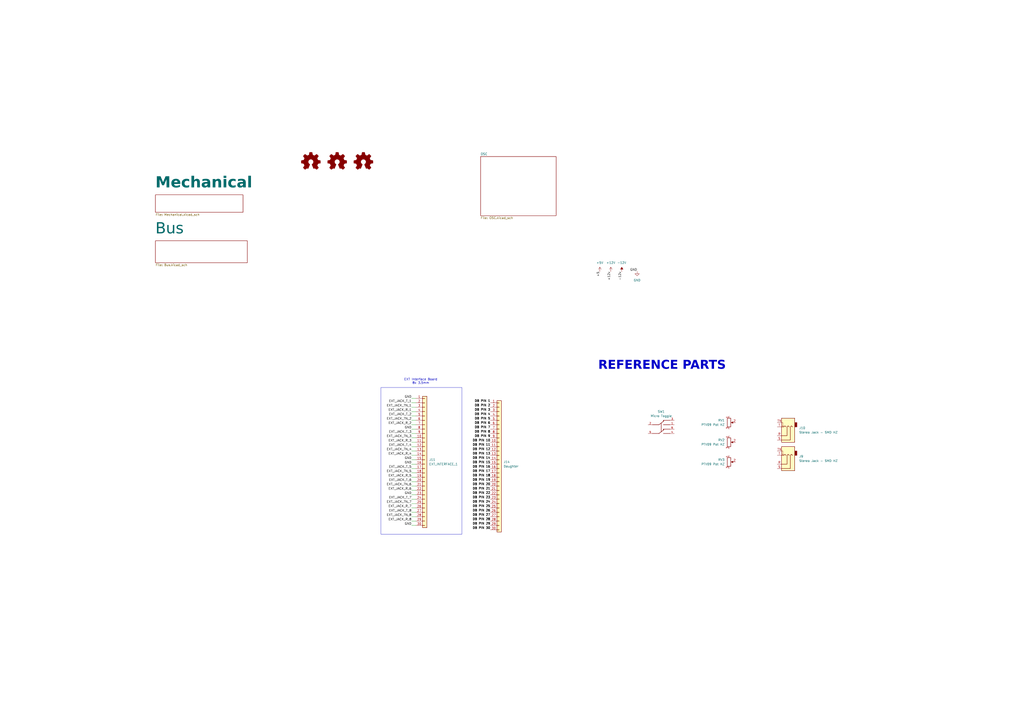
<source format=kicad_sch>
(kicad_sch (version 20231120) (generator "eeschema") (generator_version "8.0")
  (paper "A2")
  (title_block (title "Audio Thing Template") (date "2024-11-13") (rev "1.0") (company "velvia-fifty") (comment 1 "https://github.com/velvia-fifty/AudioThings") (comment 2 "You should have changed this already :)") (comment 4 "Stay humble"))
  (lib_symbols
    (symbol "AT-Symbols:DPDT Micro 1825138-7" (pin_names (offset 1.016))
      (property "Reference" "SW" (at -3.8172 6.362 0))
      (property "Value" "1825138-7" (at -3.8107 -5.7161 0))
      (symbol "DPDT Micro 1825138-7_0_0"
        (polyline (pts (xy -5.08 -2.54) (xy -1.27 -2.54)) (stroke (width 0.254)))
        (polyline (pts (xy -5.08 2.54) (xy -1.27 2.54)) (stroke (width 0.254)))
        (polyline (pts (xy -1.27 -2.54) (xy 1.5875 -0.3175)) (stroke (width 0.254)))
        (polyline (pts (xy -1.27 2.54) (xy 1.5875 4.7625)) (stroke (width 0.254)))
        (polyline (pts (xy 0 3.4925) (xy 0 -1.5875)) (stroke (width 0.254)))
        (polyline (pts (xy 1.27 -2.54) (xy 5.08 -2.54)) (stroke (width 0.254)))
        (polyline (pts (xy 1.27 0) (xy 1.27 -0.635)) (stroke (width 0.254)))
        (polyline (pts (xy 1.27 0) (xy 5.08 0)) (stroke (width 0.254)))
        (polyline (pts (xy 1.27 2.54) (xy 5.08 2.54)) (stroke (width 0.254)))
        (polyline (pts (xy 1.27 5.08) (xy 1.27 4.445)) (stroke (width 0.254)))
        (polyline (pts (xy 1.27 5.08) (xy 5.08 5.08)) (stroke (width 0.254)))
        (pin passive line (at 7.62 2.54 180) (length 2.54) (name "~") (number "1"))
        (pin passive line (at -7.62 2.54 0) (length 2.54) (name "~") (number "2"))
        (pin passive line (at 7.62 5.08 180) (length 2.54) (name "~") (number "3"))
        (pin passive line (at 7.62 -2.54 180) (length 2.54) (name "~") (number "4"))
        (pin passive line (at -7.62 -2.54 0) (length 2.54) (name "~") (number "5"))
        (pin passive line (at 7.62 0 180) (length 2.54) (name "~") (number "6"))
      )
    )
    (symbol "Connector_Audio:AudioJack3_SwitchT"
      (property "Reference" "J" (at 0 8.89 0))
      (property "Value" "AudioJack3_SwitchT" (at 0 6.35 0))
      (symbol "AudioJack3_SwitchT_0_1"
        (rectangle (start -5.08 -5.08) (end -6.35 -7.62) (stroke (width 0.254)) (fill (type outline)))
        (polyline (pts (xy 1.778 -5.334) (xy 2.032 -5.842)))
        (polyline (pts (xy 0 -5.08) (xy 0.635 -5.715) (xy 1.27 -5.08) (xy 2.54 -5.08)) (stroke (width 0.254)))
        (polyline (pts (xy 2.54 -7.62) (xy 1.778 -7.62) (xy 1.778 -5.334) (xy 1.524 -5.842)))
        (polyline (pts (xy -1.905 -5.08) (xy -1.27 -5.715) (xy -0.635 -5.08) (xy -0.635 0) (xy 2.54 0)) (stroke (width 0.254)))
        (polyline (pts (xy 2.54 2.54) (xy -2.54 2.54) (xy -2.54 -5.08) (xy -3.175 -5.715) (xy -3.81 -5.08)) (stroke (width 0.254)))
        (rectangle (start 2.54 3.81) (end -5.08 -10.16) (stroke (width 0.254)) (fill (type background)))
      )
      (symbol "AudioJack3_SwitchT_1_1"
        (pin passive line (at 5.08 0 180) (length 2.54) (name "~") (number "R"))
        (pin passive line (at 5.08 2.54 180) (length 2.54) (name "~") (number "S"))
        (pin passive line (at 5.08 -5.08 180) (length 2.54) (name "~") (number "T"))
        (pin passive line (at 5.08 -7.62 180) (length 2.54) (name "~") (number "TN"))
      )
    )
    (symbol "Connector_Generic:Conn_01x30" (pin_names (offset 1.016) hide)
      (property "Reference" "J" (at 0 38.1 0))
      (property "Value" "Conn_01x30" (at 0 -40.64 0))
      (symbol "Conn_01x30_1_1"
        (rectangle (start -1.27 -37.973) (end 0 -38.227) (stroke (width 0.1524)))
        (rectangle (start -1.27 -35.433) (end 0 -35.687) (stroke (width 0.1524)))
        (rectangle (start -1.27 -32.893) (end 0 -33.147) (stroke (width 0.1524)))
        (rectangle (start -1.27 -30.353) (end 0 -30.607) (stroke (width 0.1524)))
        (rectangle (start -1.27 -27.813) (end 0 -28.067) (stroke (width 0.1524)))
        (rectangle (start -1.27 -25.273) (end 0 -25.527) (stroke (width 0.1524)))
        (rectangle (start -1.27 -22.733) (end 0 -22.987) (stroke (width 0.1524)))
        (rectangle (start -1.27 -20.193) (end 0 -20.447) (stroke (width 0.1524)))
        (rectangle (start -1.27 -17.653) (end 0 -17.907) (stroke (width 0.1524)))
        (rectangle (start -1.27 -15.113) (end 0 -15.367) (stroke (width 0.1524)))
        (rectangle (start -1.27 -12.573) (end 0 -12.827) (stroke (width 0.1524)))
        (rectangle (start -1.27 -10.033) (end 0 -10.287) (stroke (width 0.1524)))
        (rectangle (start -1.27 -7.493) (end 0 -7.747) (stroke (width 0.1524)))
        (rectangle (start -1.27 -4.953) (end 0 -5.207) (stroke (width 0.1524)))
        (rectangle (start -1.27 -2.413) (end 0 -2.667) (stroke (width 0.1524)))
        (rectangle (start -1.27 0.127) (end 0 -0.127) (stroke (width 0.1524)))
        (rectangle (start -1.27 2.667) (end 0 2.413) (stroke (width 0.1524)))
        (rectangle (start -1.27 5.207) (end 0 4.953) (stroke (width 0.1524)))
        (rectangle (start -1.27 7.747) (end 0 7.493) (stroke (width 0.1524)))
        (rectangle (start -1.27 10.287) (end 0 10.033) (stroke (width 0.1524)))
        (rectangle (start -1.27 12.827) (end 0 12.573) (stroke (width 0.1524)))
        (rectangle (start -1.27 15.367) (end 0 15.113) (stroke (width 0.1524)))
        (rectangle (start -1.27 17.907) (end 0 17.653) (stroke (width 0.1524)))
        (rectangle (start -1.27 20.447) (end 0 20.193) (stroke (width 0.1524)))
        (rectangle (start -1.27 22.987) (end 0 22.733) (stroke (width 0.1524)))
        (rectangle (start -1.27 25.527) (end 0 25.273) (stroke (width 0.1524)))
        (rectangle (start -1.27 28.067) (end 0 27.813) (stroke (width 0.1524)))
        (rectangle (start -1.27 30.607) (end 0 30.353) (stroke (width 0.1524)))
        (rectangle (start -1.27 33.147) (end 0 32.893) (stroke (width 0.1524)))
        (rectangle (start -1.27 35.687) (end 0 35.433) (stroke (width 0.1524)))
        (rectangle (start -1.27 36.83) (end 1.27 -39.37) (stroke (width 0.254)) (fill (type background)))
        (pin passive line (at -5.08 35.56 0) (length 3.81) (name "Pin_1") (number "1"))
        (pin passive line (at -5.08 12.7 0) (length 3.81) (name "Pin_10") (number "10"))
        (pin passive line (at -5.08 10.16 0) (length 3.81) (name "Pin_11") (number "11"))
        (pin passive line (at -5.08 7.62 0) (length 3.81) (name "Pin_12") (number "12"))
        (pin passive line (at -5.08 5.08 0) (length 3.81) (name "Pin_13") (number "13"))
        (pin passive line (at -5.08 2.54 0) (length 3.81) (name "Pin_14") (number "14"))
        (pin passive line (at -5.08 0 0) (length 3.81) (name "Pin_15") (number "15"))
        (pin passive line (at -5.08 -2.54 0) (length 3.81) (name "Pin_16") (number "16"))
        (pin passive line (at -5.08 -5.08 0) (length 3.81) (name "Pin_17") (number "17"))
        (pin passive line (at -5.08 -7.62 0) (length 3.81) (name "Pin_18") (number "18"))
        (pin passive line (at -5.08 -10.16 0) (length 3.81) (name "Pin_19") (number "19"))
        (pin passive line (at -5.08 33.02 0) (length 3.81) (name "Pin_2") (number "2"))
        (pin passive line (at -5.08 -12.7 0) (length 3.81) (name "Pin_20") (number "20"))
        (pin passive line (at -5.08 -15.24 0) (length 3.81) (name "Pin_21") (number "21"))
        (pin passive line (at -5.08 -17.78 0) (length 3.81) (name "Pin_22") (number "22"))
        (pin passive line (at -5.08 -20.32 0) (length 3.81) (name "Pin_23") (number "23"))
        (pin passive line (at -5.08 -22.86 0) (length 3.81) (name "Pin_24") (number "24"))
        (pin passive line (at -5.08 -25.4 0) (length 3.81) (name "Pin_25") (number "25"))
        (pin passive line (at -5.08 -27.94 0) (length 3.81) (name "Pin_26") (number "26"))
        (pin passive line (at -5.08 -30.48 0) (length 3.81) (name "Pin_27") (number "27"))
        (pin passive line (at -5.08 -33.02 0) (length 3.81) (name "Pin_28") (number "28"))
        (pin passive line (at -5.08 -35.56 0) (length 3.81) (name "Pin_29") (number "29"))
        (pin passive line (at -5.08 30.48 0) (length 3.81) (name "Pin_3") (number "3"))
        (pin passive line (at -5.08 -38.1 0) (length 3.81) (name "Pin_30") (number "30"))
        (pin passive line (at -5.08 27.94 0) (length 3.81) (name "Pin_4") (number "4"))
        (pin passive line (at -5.08 25.4 0) (length 3.81) (name "Pin_5") (number "5"))
        (pin passive line (at -5.08 22.86 0) (length 3.81) (name "Pin_6") (number "6"))
        (pin passive line (at -5.08 20.32 0) (length 3.81) (name "Pin_7") (number "7"))
        (pin passive line (at -5.08 17.78 0) (length 3.81) (name "Pin_8") (number "8"))
        (pin passive line (at -5.08 15.24 0) (length 3.81) (name "Pin_9") (number "9"))
      )
    )
    (symbol "Device:R_Potentiometer" (pin_names (offset 1.016) hide)
      (property "Reference" "RV" (at -4.445 0 90))
      (property "Value" "R_Potentiometer" (at -2.54 0 90))
      (symbol "R_Potentiometer_0_1"
        (polyline (pts (xy 2.54 0) (xy 1.524 0)))
        (polyline (pts (xy 1.143 0) (xy 2.286 0.508) (xy 2.286 -0.508) (xy 1.143 0)) (fill (type outline)))
        (rectangle (start 1.016 2.54) (end -1.016 -2.54) (stroke (width 0.254)))
      )
      (symbol "R_Potentiometer_1_1"
        (pin passive line (at 0 3.81 270) (length 1.27) (name "1") (number "1"))
        (pin passive line (at 3.81 0 180) (length 1.27) (name "2") (number "2"))
        (pin passive line (at 0 -3.81 90) (length 1.27) (name "3") (number "3"))
      )
    )
    (symbol "Graphic:Logo_Open_Hardware_Small" (in_bom no) (on_board no)
      (symbol "Logo_Open_Hardware_Small_0_1"
        (polyline (pts (xy 3.3528 -4.3434) (xy 3.302 -4.318) (xy 3.175 -4.2418) (xy 2.9972 -4.1148) (xy 2.7686 -3.9624) (xy 2.54 -3.81) (xy 2.3622 -3.7084) (xy 2.2352 -3.6068) (xy 2.1844 -3.5814) (xy 2.159 -3.6068) (xy 2.0574 -3.6576) (xy 1.905 -3.7338) (xy 1.8034 -3.7846) (xy 1.6764 -3.8354) (xy 1.6002 -3.8354) (xy 1.6002 -3.8354) (xy 1.5494 -3.7338) (xy 1.4732 -3.5306) (xy 1.3462 -3.302) (xy 1.2446 -3.0226) (xy 1.1176 -2.7178) (xy 0.9652 -2.413) (xy 0.8636 -2.1082) (xy 0.7366 -1.8288) (xy 0.6604 -1.6256) (xy 0.6096 -1.4732) (xy 0.5842 -1.397) (xy 0.5842 -1.397) (xy 0.6604 -1.3208) (xy 0.7874 -1.2446) (xy 1.0414 -1.016) (xy 1.2954 -0.6858) (xy 1.4478 -0.3302) (xy 1.524 0.0762) (xy 1.4732 0.4572) (xy 1.3208 0.8128) (xy 1.0668 1.143) (xy 0.762 1.3716) (xy 0.4064 1.524) (xy 0 1.5748) (xy -0.381 1.5494) (xy -0.7366 1.397) (xy -1.0668 1.143) (xy -1.2192 0.9906) (xy -1.397 0.6604) (xy -1.524 0.3048) (xy -1.524 0.2286) (xy -1.4986 -0.1778) (xy -1.397 -0.5334) (xy -1.1938 -0.8636) (xy -0.9144 -1.143) (xy -0.8636 -1.1684) (xy -0.7366 -1.27) (xy -0.635 -1.3462) (xy -0.5842 -1.397) (xy -1.0668 -2.5908) (xy -1.143 -2.794) (xy -1.2954 -3.1242) (xy -1.397 -3.4036) (xy -1.4986 -3.6322) (xy -1.5748 -3.7846) (xy -1.6002 -3.8354) (xy -1.6002 -3.8354) (xy -1.651 -3.8354) (xy -1.7272 -3.81) (xy -1.905 -3.7338) (xy -2.0066 -3.683) (xy -2.1336 -3.6068) (xy -2.2098 -3.5814) (xy -2.2606 -3.6068) (xy -2.3622 -3.683) (xy -2.54 -3.81) (xy -2.7686 -3.9624) (xy -2.9718 -4.0894) (xy -3.1496 -4.2164) (xy -3.302 -4.318) (xy -3.3528 -4.3434) (xy -3.3782 -4.3434) (xy -3.429 -4.318) (xy -3.5306 -4.2164) (xy -3.7084 -4.064) (xy -3.937 -3.8354) (xy -3.9624 -3.81) (xy -4.1656 -3.6068) (xy -4.318 -3.4544) (xy -4.4196 -3.3274) (xy -4.445 -3.2766) (xy -4.445 -3.2766) (xy -4.4196 -3.2258) (xy -4.318 -3.0734) (xy -4.2164 -2.8956) (xy -4.064 -2.667) (xy -3.6576 -2.0828) (xy -3.8862 -1.5494) (xy -3.937 -1.3716) (xy -4.0386 -1.1684) (xy -4.0894 -1.0414) (xy -4.1148 -0.9652) (xy -4.191 -0.9398) (xy -4.318 -0.9144) (xy -4.5466 -0.8636) (xy -4.8006 -0.8128) (xy -5.0546 -0.7874) (xy -5.2578 -0.7366) (xy -5.4356 -0.7112) (xy -5.5118 -0.6858) (xy -5.5118 -0.6858) (xy -5.5372 -0.635) (xy -5.5372 -0.5588) (xy -5.5372 -0.4318) (xy -5.5626 -0.2286) (xy -5.5626 0.0762) (xy -5.5626 0.127) (xy -5.5372 0.4064) (xy -5.5372 0.635) (xy -5.5372 0.762) (xy -5.5372 0.8382) (xy -5.5372 0.8382) (xy -5.461 0.8382) (xy -5.3086 0.889) (xy -5.08 0.9144) (xy -4.826 0.9652) (xy -4.8006 0.9906) (xy -4.5466 1.0414) (xy -4.318 1.0668) (xy -4.1656 1.1176) (xy -4.0894 1.143) (xy -4.0894 1.143) (xy -4.0386 1.2446) (xy -3.9624 1.4224) (xy -3.8608 1.6256) (xy -3.7846 1.8288) (xy -3.7084 2.0066) (xy -3.6576 2.159) (xy -3.6322 2.2098) (xy -3.6322 2.2098) (xy -3.683 2.286) (xy -3.7592 2.413) (xy -3.8862 2.5908) (xy -4.064 2.8194) (xy -4.064 2.8448) (xy -4.2164 3.0734) (xy -4.3434 3.2512) (xy -4.4196 3.3782) (xy -4.445 3.4544) (xy -4.445 3.4544) (xy -4.3942 3.5052) (xy -4.2926 3.6322) (xy -4.1148 3.81) (xy -3.937 4.0132) (xy -3.8608 4.064) (xy -3.6576 4.2926) (xy -3.5052 4.4196) (xy -3.4036 4.4958) (xy -3.3528 4.5212) (xy -3.3528 4.5212) (xy -3.302 4.4704) (xy -3.1496 4.3688) (xy -2.9718 4.2418) (xy -2.7432 4.0894) (xy -2.7178 4.0894) (xy -2.4892 3.937) (xy -2.3114 3.81) (xy -2.1844 3.7084) (xy -2.1336 3.683) (xy -2.1082 3.683) (xy -2.032 3.7084) (xy -1.8542 3.7592) (xy -1.6764 3.8354) (xy -1.4732 3.937) (xy -1.27 4.0132) (xy -1.143 4.064) (xy -1.0668 4.1148) (xy -1.0668 4.1148) (xy -1.0414 4.191) (xy -1.016 4.3434) (xy -0.9652 4.572) (xy -0.9144 4.8514) (xy -0.889 4.9022) (xy -0.8382 5.1562) (xy -0.8128 5.3848) (xy -0.7874 5.5372) (xy -0.762 5.588) (xy -0.7112 5.6134) (xy -0.5842 5.6134) (xy -0.4064 5.6134) (xy -0.1524 5.6134) (xy 0.0762 5.6134) (xy 0.3302 5.6134) (xy 0.5334 5.6134) (xy 0.6858 5.588) (xy 0.7366 5.588) (xy 0.7366 5.588) (xy 0.762 5.5118) (xy 0.8128 5.334) (xy 0.8382 5.1054) (xy 0.9144 4.826) (xy 0.9144 4.7752) (xy 0.9652 4.5212) (xy 1.016 4.2926) (xy 1.0414 4.1402) (xy 1.0668 4.0894) (xy 1.0668 4.0894) (xy 1.1938 4.0386) (xy 1.3716 3.9624) (xy 1.5748 3.8608) (xy 2.0828 3.6576) (xy 2.7178 4.0894) (xy 2.7686 4.1402) (xy 2.9972 4.2926) (xy 3.175 4.4196) (xy 3.302 4.4958) (xy 3.3782 4.5212) (xy 3.3782 4.5212) (xy 3.429 4.4704) (xy 3.556 4.3434) (xy 3.7338 4.191) (xy 3.9116 3.9878) (xy 4.064 3.8354) (xy 4.2418 3.6576) (xy 4.3434 3.556) (xy 4.4196 3.4798) (xy 4.4196 3.429) (xy 4.4196 3.4036) (xy 4.3942 3.3274) (xy 4.2926 3.2004) (xy 4.1656 2.9972) (xy 4.0132 2.794) (xy 3.8862 2.5908) (xy 3.7592 2.3876) (xy 3.6576 2.2352) (xy 3.6322 2.159) (xy 3.6322 2.1336) (xy 3.683 2.0066) (xy 3.7592 1.8288) (xy 3.8608 1.6002) (xy 4.064 1.1176) (xy 4.3942 1.0414) (xy 4.5974 1.016) (xy 4.8768 0.9652) (xy 5.1308 0.9144) (xy 5.5372 0.8382) (xy 5.5626 -0.6604) (xy 5.4864 -0.6858) (xy 5.4356 -0.6858) (xy 5.2832 -0.7366) (xy 5.0546 -0.762) (xy 4.8006 -0.8128) (xy 4.5974 -0.8636) (xy 4.3688 -0.9144) (xy 4.2164 -0.9398) (xy 4.1402 -0.9398) (xy 4.1148 -0.9652) (xy 4.064 -1.0668) (xy 3.9878 -1.2446) (xy 3.9116 -1.4478) (xy 3.81 -1.651) (xy 3.7338 -1.8542) (xy 3.683 -2.0066) (xy 3.6576 -2.0828) (xy 3.683 -2.1336) (xy 3.7846 -2.2606) (xy 3.8862 -2.4638) (xy 4.0386 -2.667) (xy 4.191 -2.8956) (xy 4.318 -3.0734) (xy 4.3942 -3.2004) (xy 4.445 -3.2766) (xy 4.4196 -3.3274) (xy 4.3434 -3.429) (xy 4.1656 -3.5814) (xy 3.937 -3.8354) (xy 3.8862 -3.8608) (xy 3.683 -4.064) (xy 3.5306 -4.2164) (xy 3.4036 -4.318) (xy 3.3528 -4.3434)) (fill (type outline)))
      )
    )
    (symbol "power:+12V" (power) (pin_numbers hide) (pin_names (offset 0) hide)
      (property "Value" "+12V" (at 0 3.556 0))
      (symbol "+12V_0_1"
        (polyline (pts (xy -0.762 1.27) (xy 0 2.54)))
        (polyline (pts (xy 0 0) (xy 0 2.54)))
        (polyline (pts (xy 0 2.54) (xy 0.762 1.27)))
      )
      (symbol "+12V_1_1"
        (pin power_in line (at 0 0 90) (length 0) (name "~") (number "1"))
      )
    )
    (symbol "power:+5V" (power) (pin_numbers hide) (pin_names (offset 0) hide)
      (property "Value" "+5V" (at 0 3.556 0))
      (symbol "+5V_0_1"
        (polyline (pts (xy -0.762 1.27) (xy 0 2.54)))
        (polyline (pts (xy 0 0) (xy 0 2.54)))
        (polyline (pts (xy 0 2.54) (xy 0.762 1.27)))
      )
      (symbol "+5V_1_1"
        (pin power_in line (at 0 0 90) (length 0) (name "~") (number "1"))
      )
    )
    (symbol "power:-12V" (power) (pin_numbers hide) (pin_names (offset 0) hide)
      (property "Value" "-12V" (at 0 3.556 0))
      (symbol "-12V_0_0"
        (pin power_in line (at 0 0 90) (length 0) (name "~") (number "1"))
      )
      (symbol "-12V_0_1"
        (polyline (pts (xy 0 0) (xy 0 1.27) (xy 0.762 1.27) (xy 0 2.54) (xy -0.762 1.27) (xy 0 1.27)) (fill (type outline)))
      )
    )
    (symbol "power:GND" (power) (pin_numbers hide) (pin_names (offset 0) hide)
      (property "Value" "GND" (at 0 -3.81 0))
      (symbol "GND_0_1"
        (polyline (pts (xy 0 0) (xy 0 -1.27) (xy 1.27 -1.27) (xy 0 -2.54) (xy -1.27 -1.27) (xy 0 -1.27)))
      )
      (symbol "GND_1_1"
        (pin power_in line (at 0 0 270) (length 0) (name "~") (number "1"))
      )
    )
  )
  (wire (pts (xy 241.3 284.48) (xy 238.76 284.48)))
  (wire (pts (xy 241.3 261.62) (xy 238.76 261.62)))
  (wire (pts (xy 241.3 289.56) (xy 238.76 289.56)))
  (wire (pts (xy 241.3 271.78) (xy 238.76 271.78)))
  (wire (pts (xy 241.3 231.14) (xy 238.76 231.14)))
  (wire (pts (xy 241.3 233.68) (xy 238.76 233.68)))
  (wire (pts (xy 241.3 251.46) (xy 238.76 251.46)))
  (wire (pts (xy 241.3 266.7) (xy 238.76 266.7)))
  (wire (pts (xy 241.3 256.54) (xy 238.76 256.54)))
  (wire (pts (xy 241.3 238.76) (xy 238.76 238.76)))
  (wire (pts (xy 241.3 254) (xy 238.76 254)))
  (wire (pts (xy 241.3 259.08) (xy 238.76 259.08)))
  (wire (pts (xy 241.3 248.92) (xy 238.76 248.92)))
  (wire (pts (xy 241.3 241.3) (xy 238.76 241.3)))
  (wire (pts (xy 241.3 236.22) (xy 238.76 236.22)))
  (wire (pts (xy 241.3 264.16) (xy 238.76 264.16)))
  (wire (pts (xy 241.3 304.8) (xy 238.76 304.8)))
  (wire (pts (xy 241.3 281.94) (xy 238.76 281.94)))
  (wire (pts (xy 241.3 279.4) (xy 238.76 279.4)))
  (wire (pts (xy 241.3 274.32) (xy 238.76 274.32)))
  (wire (pts (xy 241.3 243.84) (xy 238.76 243.84)))
  (wire (pts (xy 241.3 297.18) (xy 238.76 297.18)))
  (wire (pts (xy 241.3 269.24) (xy 238.76 269.24)))
  (wire (pts (xy 241.3 299.72) (xy 238.76 299.72)))
  (wire (pts (xy 241.3 302.26) (xy 238.76 302.26)))
  (wire (pts (xy 241.3 294.64) (xy 238.76 294.64)))
  (wire (pts (xy 241.3 276.86) (xy 238.76 276.86)))
  (wire (pts (xy 241.3 246.38) (xy 238.76 246.38)))
  (wire (pts (xy 241.3 287.02) (xy 238.76 287.02)))
  (wire (pts (xy 241.3 292.1) (xy 238.76 292.1)))
  (rectangle (start 220.98 224.79) (end 267.97 309.88))
  (text "REFERENCE PARTS" (at 384.048 213.36 0) (effects (font (size 5.08 5.08) (thickness 1.016) (bold yes))))
  (text "EXT Interface Board\n8x 3.5mm" (at 244.094 221.234 0) (effects (font (size 1.27 1.27))))
  (label "+5" (at 347.98 157.48 270))
  (label "EXT_JACK_TN_1" (at 238.76 236.22 180))
  (label "GND" (at 238.76 266.7 180))
  (label "EXT_JACK_T_4" (at 238.76 259.08 180))
  (label "GND" (at 238.76 231.14 180))
  (label "DB PIN 8" (at 284.48 251.46 180) (effects (font (thickness 0.254) (bold yes))))
  (label "DB PIN 28" (at 284.48 302.26 180) (effects (font (thickness 0.254) (bold yes))))
  (label "DB PIN 20" (at 284.48 281.94 180) (effects (font (thickness 0.254) (bold yes))))
  (label "DB PIN 11" (at 284.48 259.08 180) (effects (font (thickness 0.254) (bold yes))))
  (label "EXT_JACK_T_3" (at 238.76 251.46 180))
  (label "GND" (at 238.76 248.92 180))
  (label "EXT_JACK_TN_4" (at 238.76 261.62 180))
  (label "DB PIN 14" (at 284.48 266.7 180) (effects (font (thickness 0.254) (bold yes))))
  (label "DB PIN 24" (at 284.48 292.1 180) (effects (font (thickness 0.254) (bold yes))))
  (label "EXT_JACK_R_3" (at 238.76 256.54 180))
  (label "DB PIN 3" (at 284.48 238.76 180) (effects (font (thickness 0.254) (bold yes))))
  (label "DB PIN 13" (at 284.48 264.16 180) (effects (font (thickness 0.254) (bold yes))))
  (label "-12v" (at 360.68 157.48 270))
  (label "DB PIN 18" (at 284.48 276.86 180) (effects (font (thickness 0.254) (bold yes))))
  (label "EXT_JACK_R_2" (at 238.76 246.38 180))
  (label "EXT_JACK_R_8" (at 238.76 302.26 180))
  (label "GND" (at 369.57 157.48 180))
  (label "EXT_JACK_T_2" (at 238.76 241.3 180))
  (label "GND" (at 238.76 287.02 180))
  (label "EXT_JACK_T_5" (at 238.76 271.78 180))
  (label "EXT_JACK_TN_7" (at 238.76 292.1 180))
  (label "DB PIN 10" (at 284.48 256.54 180) (effects (font (thickness 0.254) (bold yes))))
  (label "DB PIN 30" (at 284.48 307.34 180) (effects (font (thickness 0.254) (bold yes))))
  (label "EXT_JACK_TN_5" (at 238.76 274.32 180))
  (label "EXT_JACK_TN_2" (at 238.76 243.84 180))
  (label "EXT_JACK_TN_8" (at 238.76 299.72 180))
  (label "EXT_JACK_R_7" (at 238.76 294.64 180))
  (label "DB PIN 7" (at 284.48 248.92 180) (effects (font (thickness 0.254) (bold yes))))
  (label "DB PIN 9" (at 284.48 254 180) (effects (font (thickness 0.254) (bold yes))))
  (label "EXT_JACK_R_4" (at 238.76 264.16 180))
  (label "DB PIN 1" (at 284.48 233.68 180) (effects (font (thickness 0.254) (bold yes))))
  (label "DB PIN 2" (at 284.48 236.22 180) (effects (font (thickness 0.254) (bold yes))))
  (label "GND" (at 238.76 269.24 180))
  (label "GND" (at 238.76 304.8 180))
  (label "DB PIN 15" (at 284.48 269.24 180) (effects (font (thickness 0.254) (bold yes))))
  (label "DB PIN 19" (at 284.48 279.4 180) (effects (font (thickness 0.254) (bold yes))))
  (label "EXT_JACK_TN_6" (at 238.76 281.94 180))
  (label "DB PIN 21" (at 284.48 284.48 180) (effects (font (thickness 0.254) (bold yes))))
  (label "DB PIN 4" (at 284.48 241.3 180) (effects (font (thickness 0.254) (bold yes))))
  (label "DB PIN 25" (at 284.48 294.64 180) (effects (font (thickness 0.254) (bold yes))))
  (label "DB PIN 12" (at 284.48 261.62 180) (effects (font (thickness 0.254) (bold yes))))
  (label "DB PIN 29" (at 284.48 304.8 180) (effects (font (thickness 0.254) (bold yes))))
  (label "DB PIN 22" (at 284.48 287.02 180) (effects (font (thickness 0.254) (bold yes))))
  (label "EXT_JACK_R_1" (at 238.76 238.76 180))
  (label "EXT_JACK_R_6" (at 238.76 284.48 180))
  (label "EXT_JACK_T_6" (at 238.76 279.4 180))
  (label "DB PIN 6" (at 284.48 246.38 180) (effects (font (thickness 0.254) (bold yes))))
  (label "EXT_JACK_TN_3" (at 238.76 254 180))
  (label "+12v" (at 354.33 157.48 270))
  (label "DB PIN 16" (at 284.48 271.78 180) (effects (font (thickness 0.254) (bold yes))))
  (label "DB PIN 23" (at 284.48 289.56 180) (effects (font (thickness 0.254) (bold yes))))
  (label "EXT_JACK_T_8" (at 238.76 297.18 180))
  (label "EXT_JACK_T_1" (at 238.76 233.68 180))
  (label "EXT_JACK_R_5" (at 238.76 276.86 180))
  (label "DB PIN 5" (at 284.48 243.84 180) (effects (font (thickness 0.254) (bold yes))))
  (label "DB PIN 17" (at 284.48 274.32 180) (effects (font (thickness 0.254) (bold yes))))
  (label "DB PIN 27" (at 284.48 299.72 180) (effects (font (thickness 0.254) (bold yes))))
  (label "EXT_JACK_T_7" (at 238.76 289.56 180))
  (label "DB PIN 26" (at 284.48 297.18 180) (effects (font (thickness 0.254) (bold yes))))
  (symbol (lib_id "power:-12V") (at 360.68 157.48 0) (unit 1)
    (property "Reference" "#PWR023" (effects (hide yes)))
    (property "Value" "-12V" (at 360.68 152.4 0))
    (property "Description" "Power symbol creates a global label with name \"-12V\"" (effects (hide yes)))
  )
  (symbol (lib_id "Device:R_Potentiometer") (at 422.91 245.11 0) (unit 1)
    (property "Reference" "RV1" (at 420.37 243.8399 0) (effects (justify right)))
    (property "Value" "PTV09 Pot HZ" (at 420.37 246.3799 0) (effects (justify right)))
    (property "Footprint" "Potentiometer_THT:Potentiometer_Bourns_PTV09A-1_Single_Vertical" (effects (hide yes)))
    (property "Description" "Potentiometer" (effects (hide yes)))
  )
  (symbol (lib_id "Device:R_Potentiometer") (at 422.91 267.97 0) (unit 1)
    (property "Reference" "RV3" (at 420.37 266.6999 0) (effects (justify right)))
    (property "Value" "PTV09 Pot HZ" (at 420.37 269.2399 0) (effects (justify right)))
    (property "Footprint" "Potentiometer_THT:Potentiometer_Bourns_PTV09A-1_Single_Vertical" (effects (hide yes)))
    (property "Description" "Potentiometer" (effects (hide yes)))
  )
  (symbol (lib_id "Graphic:Logo_Open_Hardware_Small") (at 210.82 93.98 0) (unit 1) (exclude_from_sim yes) (in_bom no) (on_board no)
    (property "Reference" "#SYM3" (effects (hide yes)))
    (property "Value" "CC" (effects (hide yes)))
    (property "Footprint" "Symbol:Symbol_CreativeCommons_SilkScreenTop_Type2_Big" (effects (hide yes)))
    (property "Description" "CC" (effects (hide yes)))
  )
  (symbol (lib_id "power:+5V") (at 347.98 157.48 0) (unit 1)
    (property "Reference" "#PWR021" (effects (hide yes)))
    (property "Value" "+5V" (at 347.98 152.4 0))
    (property "Description" "Power symbol creates a global label with name \"+5V\"" (effects (hide yes)))
  )
  (symbol (lib_id "Connector_Generic:Conn_01x30") (at 289.56 269.24 0) (unit 1)
    (property "Reference" "J14" (at 292.1 267.9699 0) (effects (justify left)))
    (property "Value" "Daughter" (at 292.1 270.5099 0) (effects (justify left)))
    (property "Footprint" "AT-Footprints:AMPHENOL_SFV30R-4STE1HLF - FFC - 30 RA" (effects (hide yes)))
    (property "Description" "Generic connector, single row, 01x30, script generated (kicad-library-utils/schlib/autogen/connector/)" (effects (hide yes)))
  )
  (symbol (lib_id "power:GND") (at 369.57 157.48 0) (unit 1)
    (property "Reference" "#PWR024" (effects (hide yes)))
    (property "Value" "GND" (at 369.57 162.56 0))
    (property "Description" "Power symbol creates a global label with name \"GND\" , ground" (effects (hide yes)))
  )
  (symbol (lib_id "power:+12V") (at 354.33 157.48 0) (unit 1)
    (property "Reference" "#PWR022" (effects (hide yes)))
    (property "Value" "+12V" (at 354.33 152.4 0))
    (property "Description" "Power symbol creates a global label with name \"+12V\"" (effects (hide yes)))
  )
  (symbol (lib_id "AT-Symbols:DPDT Micro 1825138-7") (at 383.54 248.92 0) (unit 1)
    (property "Reference" "SW1" (at 383.54 238.76 0))
    (property "Value" "Micro Toggle" (at 383.54 241.3 0))
    (property "Footprint" "AT-Footprints:DPDT Micro SW_1825138-7" (effects (hide yes)))
    (property "Description" "TE Part" (effects (hide yes)))
    (property "PARTREV" "A5" (effects (hide yes)))
    (property "STANDARD" "Manufacturer recommendations" (effects (hide yes)))
    (property "MANUFACTURER" "TE Connectivity" (effects (hide yes)))
  )
  (symbol (lib_id "Connector_Audio:AudioJack3_SwitchT") (at 455.93 269.24 180) (unit 1)
    (property "Reference" "J9" (at 463.55 264.7949 0) (effects (justify right)))
    (property "Value" "Stereo Jack - SMD HZ" (at 463.55 267.3349 0) (effects (justify right)))
    (property "Footprint" "AT-Footprints:SMD_STEREO_CUI_SJ-3524-SMT_Horizontal" (effects (hide yes)))
    (property "Description" "Audio Jack, 3 Poles (Stereo / TRS), Switched T Pole (Normalling)" (effects (hide yes)))
  )
  (symbol (lib_id "Graphic:Logo_Open_Hardware_Small") (at 195.58 93.98 0) (unit 1) (exclude_from_sim yes) (in_bom no) (on_board no)
    (property "Reference" "#SYM2" (effects (hide yes)))
    (property "Value" "Logo Kicad" (effects (hide yes)))
    (property "Footprint" "Symbol:KiCad-Logo2_5mm_SilkScreen" (effects (hide yes)))
    (property "Description" "Logo Kicadx" (effects (hide yes)))
  )
  (symbol (lib_id "Graphic:Logo_Open_Hardware_Small") (at 180.34 93.98 0) (unit 1) (exclude_from_sim yes) (in_bom no)
    (property "Reference" "#SYM1" (effects (hide yes)))
    (property "Value" "Logo_Open_Hardware_Small" (effects (hide yes)))
    (property "Footprint" "Symbol:OSHW-Logo2_7.3x6mm_SilkScreen" (effects (hide yes)))
    (property "Description" "Open Hardware logo, small" (effects (hide yes)))
  )
  (symbol (lib_id "Connector_Generic:Conn_01x30") (at 246.38 266.7 0) (unit 1)
    (property "Reference" "J11" (at 248.92 266.6999 0) (effects (justify left)))
    (property "Value" "EXT_INTERFACE_1" (at 248.92 269.2399 0) (effects (justify left)))
    (property "Footprint" "AT-Footprints:AMPHENOL_SFV30R-4STE1HLF - FFC - 30 RA" (effects (hide yes)))
    (property "Description" "Generic connector, single row, 01x30, script generated (kicad-library-utils/schlib/autogen/connector/)" (effects (hide yes)))
  )
  (symbol (lib_id "Device:R_Potentiometer") (at 422.91 256.54 0) (unit 1)
    (property "Reference" "RV2" (at 420.37 255.2699 0) (effects (justify right)))
    (property "Value" "PTV09 Pot HZ" (at 420.37 257.8099 0) (effects (justify right)))
    (property "Footprint" "Potentiometer_THT:Potentiometer_Bourns_PTV09A-1_Single_Vertical" (effects (hide yes)))
    (property "Description" "Potentiometer" (effects (hide yes)))
  )
  (symbol (lib_id "Connector_Audio:AudioJack3_SwitchT") (at 455.93 252.73 180) (unit 1)
    (property "Reference" "J10" (at 463.55 248.2849 0) (effects (justify right)))
    (property "Value" "Stereo Jack - SMD HZ" (at 463.55 250.8249 0) (effects (justify right)))
    (property "Footprint" "AT-Footprints:SMD_STEREO_CUI_SJ-3524-SMT_Horizontal" (effects (hide yes)))
    (property "Description" "Audio Jack, 3 Poles (Stereo / TRS), Switched T Pole (Normalling)" (effects (hide yes)))
  )
  (sheet (at 90.17 113.03) (size 50.8 10.16) (stroke (width 0.1524))
    (property "Sheetname" "Mechanical" (at 90.17 109.7784 0) (effects (font (size 6.35 6.35) (thickness 1.27) (bold yes)) (justify left bottom)))
    (property "Sheetfile" "Mechanical.kicad_sch" (at 90.17 123.7746 0) (effects (justify left top)))
  )
  (sheet (at 90.17 139.7) (size 53.34 12.7) (stroke (width 0.1524))
    (property "Sheetname" "Bus" (at 90.17 136.4484 0) (effects (font (size 6.35 6.35)) (justify left bottom)))
    (property "Sheetfile" "Bus.kicad_sch" (at 90.17 152.9846 0) (effects (justify left top)))
  )
  (sheet (at 278.765 90.805) (size 43.815 34.29) (stroke (width 0.1524))
    (property "Sheetname" "OSC" (at 278.765 90.0934 0) (effects (justify left bottom)))
    (property "Sheetfile" "OSC.kicad_sch" (at 278.765 125.6796 0) (effects (justify left top)))
  )
)
</source>
